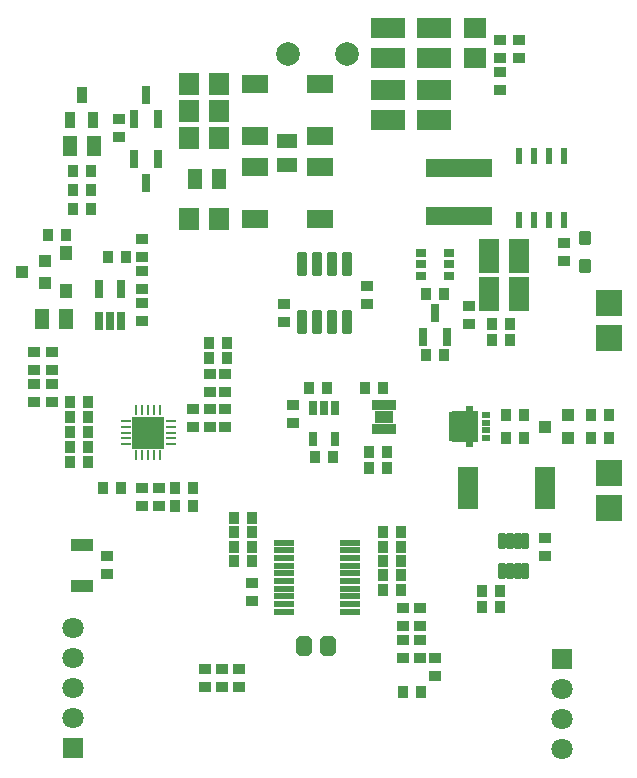
<source format=gbs>
G04*
G04 #@! TF.GenerationSoftware,Altium Limited,Altium Designer,25.4.2 (15)*
G04*
G04 Layer_Color=16711935*
%FSLAX25Y25*%
%MOIN*%
G70*
G04*
G04 #@! TF.SameCoordinates,B977156D-3F5D-4D44-89CA-F2FD908ED1DE*
G04*
G04*
G04 #@! TF.FilePolarity,Negative*
G04*
G01*
G75*
%ADD16C,0.07099*%
%ADD17R,0.07099X0.07099*%
%ADD18C,0.07890*%
%ADD34R,0.10900X0.10900*%
%ADD35R,0.03200X0.01000*%
%ADD36R,0.01000X0.03200*%
%ADD51R,0.02200X0.05750*%
%ADD93R,0.08674X0.08674*%
%ADD94R,0.01981X0.03556*%
%ADD95R,0.06233X0.03950*%
%ADD96R,0.04300X0.03800*%
%ADD97R,0.03472X0.03972*%
%ADD98R,0.03800X0.04300*%
%ADD99R,0.03000X0.06000*%
%ADD100R,0.03972X0.03472*%
G04:AMPARAMS|DCode=101|XSize=82.84mil|YSize=31.65mil|CornerRadius=6.97mil|HoleSize=0mil|Usage=FLASHONLY|Rotation=90.000|XOffset=0mil|YOffset=0mil|HoleType=Round|Shape=RoundedRectangle|*
%AMROUNDEDRECTD101*
21,1,0.08284,0.01772,0,0,90.0*
21,1,0.06890,0.03165,0,0,90.0*
1,1,0.01394,0.00886,0.03445*
1,1,0.01394,0.00886,-0.03445*
1,1,0.01394,-0.00886,-0.03445*
1,1,0.01394,-0.00886,0.03445*
%
%ADD101ROUNDEDRECTD101*%
%ADD102R,0.02769X0.02178*%
%ADD103R,0.04422X0.04028*%
%ADD104R,0.07099X0.14186*%
G04:AMPARAMS|DCode=105|XSize=55.64mil|YSize=26.9mil|CornerRadius=6.36mil|HoleSize=0mil|Usage=FLASHONLY|Rotation=270.000|XOffset=0mil|YOffset=0mil|HoleType=Round|Shape=RoundedRectangle|*
%AMROUNDEDRECTD105*
21,1,0.05564,0.01417,0,0,270.0*
21,1,0.04291,0.02690,0,0,270.0*
1,1,0.01272,-0.00709,-0.02146*
1,1,0.01272,-0.00709,0.02146*
1,1,0.01272,0.00709,0.02146*
1,1,0.01272,0.00709,-0.02146*
%
%ADD105ROUNDEDRECTD105*%
%ADD106R,0.07572X0.04028*%
G04:AMPARAMS|DCode=107|XSize=53mil|YSize=68mil|CornerRadius=0mil|HoleSize=0mil|Usage=FLASHONLY|Rotation=180.000|XOffset=0mil|YOffset=0mil|HoleType=Round|Shape=Octagon|*
%AMOCTAGOND107*
4,1,8,0.01325,-0.03400,-0.01325,-0.03400,-0.02650,-0.02075,-0.02650,0.02075,-0.01325,0.03400,0.01325,0.03400,0.02650,0.02075,0.02650,-0.02075,0.01325,-0.03400,0.0*
%
%ADD107OCTAGOND107*%

%ADD108R,0.07099X0.02060*%
%ADD109R,0.04551X0.06551*%
%ADD110R,0.04343X0.04540*%
%ADD111R,0.03359X0.05721*%
%ADD112R,0.03162X0.05131*%
%ADD113R,0.03552X0.02800*%
G04:AMPARAMS|DCode=114|XSize=47.37mil|YSize=39.5mil|CornerRadius=7.94mil|HoleSize=0mil|Usage=FLASHONLY|Rotation=270.000|XOffset=0mil|YOffset=0mil|HoleType=Round|Shape=RoundedRectangle|*
%AMROUNDEDRECTD114*
21,1,0.04737,0.02362,0,0,270.0*
21,1,0.03150,0.03950,0,0,270.0*
1,1,0.01587,-0.01181,-0.01575*
1,1,0.01587,-0.01181,0.01575*
1,1,0.01587,0.01181,0.01575*
1,1,0.01587,0.01181,-0.01575*
%
%ADD114ROUNDEDRECTD114*%
%ADD115R,0.22453X0.06430*%
%ADD116R,0.06800X0.11800*%
%ADD117R,0.07800X0.06800*%
%ADD118R,0.11800X0.06800*%
%ADD119R,0.06800X0.07800*%
%ADD120R,0.09068X0.06312*%
%ADD121R,0.06551X0.04551*%
G36*
X445148Y366896D02*
X440680D01*
Y366699D01*
X439498D01*
Y356758D01*
X440680D01*
Y356463D01*
X445148D01*
Y354967D01*
X447628D01*
Y356463D01*
X449262D01*
Y366896D01*
X447628D01*
Y368392D01*
X445148D01*
Y366896D01*
D02*
G37*
D16*
X477222Y254284D02*
D03*
Y264284D02*
D03*
Y274284D02*
D03*
X314100Y294400D02*
D03*
Y284400D02*
D03*
Y274400D02*
D03*
Y264400D02*
D03*
D17*
X477222Y284284D02*
D03*
X314100Y254400D02*
D03*
D18*
X405480Y485900D02*
D03*
X385795D02*
D03*
D34*
X339300Y359700D02*
D03*
D35*
X346750Y355763D02*
D03*
Y357732D02*
D03*
Y359700D02*
D03*
Y361668D02*
D03*
Y363637D02*
D03*
X331850D02*
D03*
Y361668D02*
D03*
Y359700D02*
D03*
Y357732D02*
D03*
Y355763D02*
D03*
D36*
X343237Y367150D02*
D03*
X341268D02*
D03*
X339300D02*
D03*
X337332D02*
D03*
X335363D02*
D03*
Y352250D02*
D03*
X337332D02*
D03*
X339300D02*
D03*
X341268D02*
D03*
X343237D02*
D03*
D51*
X477900Y451900D02*
D03*
X472900D02*
D03*
X467900D02*
D03*
X462900D02*
D03*
Y430450D02*
D03*
X467900D02*
D03*
X472900D02*
D03*
X477900D02*
D03*
D93*
X492800Y334407D02*
D03*
Y346300D02*
D03*
Y402756D02*
D03*
Y391200D02*
D03*
D94*
X420853Y361028D02*
D03*
X418884D02*
D03*
X416916D02*
D03*
X414947D02*
D03*
Y368823D02*
D03*
X416916D02*
D03*
X418884D02*
D03*
X420853D02*
D03*
D95*
X417900Y364925D02*
D03*
D96*
X424300Y295195D02*
D03*
Y301195D02*
D03*
Y290395D02*
D03*
Y284395D02*
D03*
X434900D02*
D03*
Y278395D02*
D03*
X429900Y295195D02*
D03*
Y301195D02*
D03*
Y290395D02*
D03*
Y284395D02*
D03*
X363800Y281000D02*
D03*
Y275000D02*
D03*
X358161Y281000D02*
D03*
Y275000D02*
D03*
X369439Y281000D02*
D03*
Y275000D02*
D03*
X337332Y413600D02*
D03*
Y407600D02*
D03*
Y424350D02*
D03*
Y418350D02*
D03*
Y396900D02*
D03*
Y402900D02*
D03*
X384400Y396435D02*
D03*
Y402435D02*
D03*
X365000Y361668D02*
D03*
Y367669D02*
D03*
X360000Y379309D02*
D03*
Y373309D02*
D03*
X301200Y380446D02*
D03*
Y386446D02*
D03*
Y369746D02*
D03*
Y375746D02*
D03*
X307200Y380446D02*
D03*
Y386446D02*
D03*
Y369746D02*
D03*
Y375746D02*
D03*
X354350Y367669D02*
D03*
Y361668D02*
D03*
X359755Y367669D02*
D03*
Y361668D02*
D03*
X337332Y335169D02*
D03*
Y341168D02*
D03*
X342737Y335169D02*
D03*
Y341168D02*
D03*
X387400Y362743D02*
D03*
Y368743D02*
D03*
X477900Y422900D02*
D03*
Y416900D02*
D03*
X446100Y401900D02*
D03*
Y395900D02*
D03*
X456656Y484523D02*
D03*
Y490523D02*
D03*
Y473946D02*
D03*
Y479946D02*
D03*
X329400Y464161D02*
D03*
Y458161D02*
D03*
D97*
X424200Y273222D02*
D03*
X430200D02*
D03*
X326031Y418350D02*
D03*
X332031D02*
D03*
X365499Y389595D02*
D03*
X359499D02*
D03*
X411506Y374625D02*
D03*
X417506D02*
D03*
X320100Y440666D02*
D03*
X314100D02*
D03*
X320100Y434166D02*
D03*
X314100D02*
D03*
Y446916D02*
D03*
X320100D02*
D03*
X400900Y351450D02*
D03*
X394900D02*
D03*
X398900Y374625D02*
D03*
X392900D02*
D03*
X453800Y390600D02*
D03*
X459800D02*
D03*
D98*
X437823Y385700D02*
D03*
X431823D02*
D03*
X312000Y425500D02*
D03*
X306000D02*
D03*
X486800Y365458D02*
D03*
X492800D02*
D03*
X486800Y357978D02*
D03*
X492800D02*
D03*
X365499Y384395D02*
D03*
X359499D02*
D03*
X458605Y357841D02*
D03*
X464605D02*
D03*
Y365518D02*
D03*
X458605D02*
D03*
X319250Y364746D02*
D03*
X313250D02*
D03*
X319250Y369746D02*
D03*
X313250D02*
D03*
Y349746D02*
D03*
X319250D02*
D03*
Y354746D02*
D03*
X313250D02*
D03*
X330250Y341168D02*
D03*
X324250D02*
D03*
X348350D02*
D03*
X354350D02*
D03*
Y335169D02*
D03*
X348350D02*
D03*
X319250Y359746D02*
D03*
X313250D02*
D03*
X450627Y306800D02*
D03*
X456627D02*
D03*
X450627Y301400D02*
D03*
X456627D02*
D03*
X368000Y326448D02*
D03*
X374000D02*
D03*
X423400Y307332D02*
D03*
X417400D02*
D03*
X423400Y312113D02*
D03*
X417400D02*
D03*
X423400Y321674D02*
D03*
X417400D02*
D03*
X423400Y326455D02*
D03*
X417400D02*
D03*
X368000Y321655D02*
D03*
X374000D02*
D03*
X368000Y331300D02*
D03*
X374000D02*
D03*
X368000Y316868D02*
D03*
X374000D02*
D03*
X417400Y316894D02*
D03*
X423400D02*
D03*
X418900Y353200D02*
D03*
X412900D02*
D03*
Y347900D02*
D03*
X418900D02*
D03*
X431823Y405800D02*
D03*
X437823D02*
D03*
X453800Y395900D02*
D03*
X459800D02*
D03*
D99*
X434823Y399500D02*
D03*
X430823Y391500D02*
D03*
X438823D02*
D03*
X330132Y396800D02*
D03*
X326431D02*
D03*
X322731D02*
D03*
Y407600D02*
D03*
X330132D02*
D03*
X342614Y464161D02*
D03*
X334614D02*
D03*
X338614Y472161D02*
D03*
X334614Y451000D02*
D03*
X342614D02*
D03*
X338614Y443000D02*
D03*
D100*
X412100Y408500D02*
D03*
Y402500D02*
D03*
X365000Y379309D02*
D03*
Y373309D02*
D03*
X471400Y318500D02*
D03*
Y324500D02*
D03*
X325700Y318400D02*
D03*
Y312400D02*
D03*
X374000Y309591D02*
D03*
Y303590D02*
D03*
X462914Y484523D02*
D03*
Y490523D02*
D03*
D101*
X405500Y415765D02*
D03*
X400500D02*
D03*
X395500D02*
D03*
X390500D02*
D03*
Y396435D02*
D03*
X395500D02*
D03*
X400500D02*
D03*
X405500D02*
D03*
D102*
X451900Y357841D02*
D03*
Y365518D02*
D03*
Y360400D02*
D03*
Y362959D02*
D03*
D103*
X479274Y357978D02*
D03*
Y365458D02*
D03*
X471400Y361718D02*
D03*
X305037Y409460D02*
D03*
Y416940D02*
D03*
X297163Y413200D02*
D03*
D104*
X445810Y341100D02*
D03*
X471400D02*
D03*
D105*
X457336Y323441D02*
D03*
X459895D02*
D03*
X462454D02*
D03*
X465013D02*
D03*
Y313559D02*
D03*
X462454D02*
D03*
X459895D02*
D03*
X457336D02*
D03*
D106*
X317200Y308707D02*
D03*
Y322093D02*
D03*
D107*
X399170Y288400D02*
D03*
X391297D02*
D03*
D108*
X384676Y299984D02*
D03*
Y302543D02*
D03*
Y305102D02*
D03*
Y307661D02*
D03*
Y310221D02*
D03*
Y312779D02*
D03*
Y315339D02*
D03*
Y317898D02*
D03*
Y320457D02*
D03*
Y323016D02*
D03*
X406724D02*
D03*
Y320457D02*
D03*
Y317898D02*
D03*
Y315339D02*
D03*
Y312779D02*
D03*
Y310221D02*
D03*
Y307661D02*
D03*
Y305102D02*
D03*
Y302543D02*
D03*
Y299984D02*
D03*
D109*
X304000Y397400D02*
D03*
X312000D02*
D03*
X321100Y455166D02*
D03*
X313100D02*
D03*
X362809Y444306D02*
D03*
X354809D02*
D03*
D110*
X312000Y419401D02*
D03*
Y406999D02*
D03*
D111*
X320840Y464032D02*
D03*
X313360D02*
D03*
X317100Y472300D02*
D03*
D112*
X394160Y367743D02*
D03*
X397900D02*
D03*
X401640D02*
D03*
Y357507D02*
D03*
X394160D02*
D03*
D113*
X439400Y419700D02*
D03*
Y415759D02*
D03*
Y411818D02*
D03*
X430246D02*
D03*
Y415759D02*
D03*
Y419700D02*
D03*
D114*
X484900Y415176D02*
D03*
Y424624D02*
D03*
D115*
X442900Y431994D02*
D03*
Y447900D02*
D03*
D116*
X462900Y418700D02*
D03*
X452900D02*
D03*
X462900Y405800D02*
D03*
X452900D02*
D03*
D117*
X448200Y494523D02*
D03*
Y484523D02*
D03*
D118*
X419105Y494523D02*
D03*
Y484523D02*
D03*
X434605Y463946D02*
D03*
Y473946D02*
D03*
Y494523D02*
D03*
Y484523D02*
D03*
X419105Y463946D02*
D03*
Y473946D02*
D03*
D119*
X352810Y430839D02*
D03*
X362809D02*
D03*
Y475723D02*
D03*
X352810D02*
D03*
X362809Y466823D02*
D03*
X352810D02*
D03*
X362809Y457723D02*
D03*
X352810D02*
D03*
D120*
X396400Y448161D02*
D03*
Y430839D02*
D03*
Y475723D02*
D03*
Y458400D02*
D03*
X375000Y448161D02*
D03*
Y430839D02*
D03*
Y475723D02*
D03*
Y458400D02*
D03*
D121*
X385700Y456900D02*
D03*
Y448900D02*
D03*
M02*

</source>
